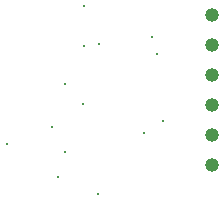
<source format=gbr>
%TF.GenerationSoftware,KiCad,Pcbnew,8.0.8*%
%TF.CreationDate,2025-06-30T12:01:10+05:30*%
%TF.ProjectId,Serial Basic CH340C,53657269-616c-4204-9261-736963204348,rev?*%
%TF.SameCoordinates,Original*%
%TF.FileFunction,Plated,1,2,PTH,Drill*%
%TF.FilePolarity,Positive*%
%FSLAX46Y46*%
G04 Gerber Fmt 4.6, Leading zero omitted, Abs format (unit mm)*
G04 Created by KiCad (PCBNEW 8.0.8) date 2025-06-30 12:01:10*
%MOMM*%
%LPD*%
G01*
G04 APERTURE LIST*
%TA.AperFunction,ViaDrill*%
%ADD10C,0.300000*%
%TD*%
%TA.AperFunction,ComponentDrill*%
%ADD11C,1.190000*%
%TD*%
G04 APERTURE END LIST*
D10*
X112041400Y-65365900D03*
X115842300Y-63979700D03*
X116309200Y-68218700D03*
X116900400Y-60343700D03*
X116900400Y-66049900D03*
X118480500Y-61983400D03*
X118572800Y-53759700D03*
X118572800Y-57065200D03*
X119704100Y-69671600D03*
X119861700Y-56954700D03*
X123650900Y-64450900D03*
X124267600Y-56331600D03*
X124768100Y-57780400D03*
X125215100Y-63464600D03*
D11*
%TO.C,J1*%
X129400000Y-54460000D03*
X129400000Y-57000000D03*
X129400000Y-59540000D03*
X129400000Y-62080000D03*
X129400000Y-64620000D03*
X129400000Y-67160000D03*
M02*

</source>
